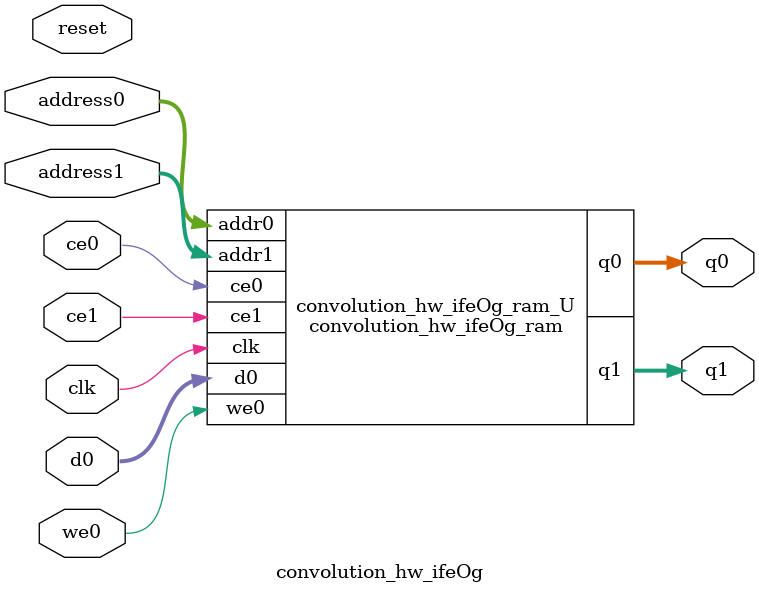
<source format=v>
`timescale 1 ns / 1 ps
module convolution_hw_ifeOg_ram (addr0, ce0, d0, we0, q0, addr1, ce1, q1,  clk);

parameter DWIDTH = 32;
parameter AWIDTH = 6;
parameter MEM_SIZE = 34;

input[AWIDTH-1:0] addr0;
input ce0;
input[DWIDTH-1:0] d0;
input we0;
output reg[DWIDTH-1:0] q0;
input[AWIDTH-1:0] addr1;
input ce1;
output reg[DWIDTH-1:0] q1;
input clk;

(* ram_style = "block" *)reg [DWIDTH-1:0] ram[0:MEM_SIZE-1];




always @(posedge clk)  
begin 
    if (ce0) begin
        if (we0) 
            ram[addr0] <= d0; 
        q0 <= ram[addr0];
    end
end


always @(posedge clk)  
begin 
    if (ce1) begin
        q1 <= ram[addr1];
    end
end


endmodule

`timescale 1 ns / 1 ps
module convolution_hw_ifeOg(
    reset,
    clk,
    address0,
    ce0,
    we0,
    d0,
    q0,
    address1,
    ce1,
    q1);

parameter DataWidth = 32'd32;
parameter AddressRange = 32'd34;
parameter AddressWidth = 32'd6;
input reset;
input clk;
input[AddressWidth - 1:0] address0;
input ce0;
input we0;
input[DataWidth - 1:0] d0;
output[DataWidth - 1:0] q0;
input[AddressWidth - 1:0] address1;
input ce1;
output[DataWidth - 1:0] q1;



convolution_hw_ifeOg_ram convolution_hw_ifeOg_ram_U(
    .clk( clk ),
    .addr0( address0 ),
    .ce0( ce0 ),
    .we0( we0 ),
    .d0( d0 ),
    .q0( q0 ),
    .addr1( address1 ),
    .ce1( ce1 ),
    .q1( q1 ));

endmodule


</source>
